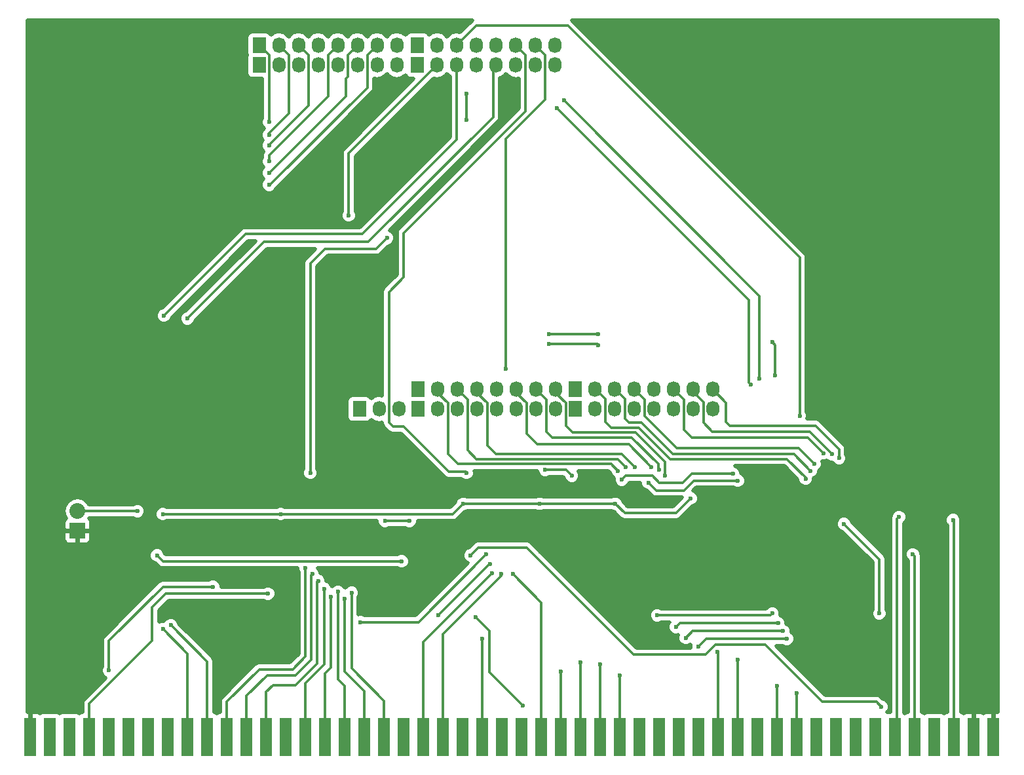
<source format=gbr>
G04 #@! TF.FileFunction,Copper,L2,Bot,Signal*
%FSLAX46Y46*%
G04 Gerber Fmt 4.6, Leading zero omitted, Abs format (unit mm)*
G04 Created by KiCad (PCBNEW (2015-10-16 BZR 6271)-product) date Sun 21 Feb 2016 04:12:30 PM CET*
%MOMM*%
G01*
G04 APERTURE LIST*
%ADD10C,0.100000*%
%ADD11R,1.524000X5.000000*%
%ADD12R,1.727200X2.032000*%
%ADD13O,1.727200X2.032000*%
%ADD14R,2.032000X2.032000*%
%ADD15O,2.032000X2.032000*%
%ADD16C,0.600000*%
%ADD17C,0.300000*%
%ADD18C,0.500000*%
G04 APERTURE END LIST*
D10*
D11*
X87757000Y-137033000D03*
X90297000Y-137033000D03*
X92837000Y-137033000D03*
X95377000Y-137033000D03*
X97917000Y-137033000D03*
X100457000Y-137033000D03*
X102997000Y-137033000D03*
X105537000Y-137033000D03*
X108077000Y-137033000D03*
X110617000Y-137033000D03*
X113157000Y-137033000D03*
X115697000Y-137033000D03*
X118237000Y-137033000D03*
X120777000Y-137033000D03*
X123317000Y-137033000D03*
X125857000Y-137033000D03*
X128397000Y-137033000D03*
X130937000Y-137033000D03*
X133477000Y-137033000D03*
X136017000Y-137033000D03*
X138557000Y-137033000D03*
X141097000Y-137033000D03*
X143637000Y-137033000D03*
X146177000Y-137033000D03*
X148717000Y-137033000D03*
X151257000Y-137033000D03*
X153797000Y-137033000D03*
X156337000Y-137033000D03*
X158877000Y-137033000D03*
X161417000Y-137033000D03*
X163957000Y-137033000D03*
X166497000Y-137033000D03*
X169037000Y-137033000D03*
X171577000Y-137033000D03*
X174117000Y-137033000D03*
X176657000Y-137033000D03*
X179197000Y-137033000D03*
X181737000Y-137033000D03*
X184277000Y-137033000D03*
X186817000Y-137033000D03*
X189357000Y-137033000D03*
X191897000Y-137033000D03*
X194437000Y-137033000D03*
X196977000Y-137033000D03*
X199517000Y-137033000D03*
X202057000Y-137033000D03*
X204597000Y-137033000D03*
X207137000Y-137033000D03*
X209677000Y-137033000D03*
X212217000Y-137033000D03*
D12*
X137858500Y-92075000D03*
D13*
X140398500Y-92075000D03*
X142938500Y-92075000D03*
X145478500Y-92075000D03*
X148018500Y-92075000D03*
X150558500Y-92075000D03*
X153098500Y-92075000D03*
X155638500Y-92075000D03*
D12*
X137858500Y-94551500D03*
D13*
X140398500Y-94551500D03*
X142938500Y-94551500D03*
X145478500Y-94551500D03*
X148018500Y-94551500D03*
X150558500Y-94551500D03*
X153098500Y-94551500D03*
X155638500Y-94551500D03*
D12*
X158178500Y-94551500D03*
D13*
X160718500Y-94551500D03*
X163258500Y-94551500D03*
X165798500Y-94551500D03*
X168338500Y-94551500D03*
X170878500Y-94551500D03*
X173418500Y-94551500D03*
X175958500Y-94551500D03*
D12*
X117348000Y-47625000D03*
D13*
X119888000Y-47625000D03*
X122428000Y-47625000D03*
X124968000Y-47625000D03*
X127508000Y-47625000D03*
X130048000Y-47625000D03*
X132588000Y-47625000D03*
X135128000Y-47625000D03*
D12*
X158178500Y-92075000D03*
D13*
X160718500Y-92075000D03*
X163258500Y-92075000D03*
X165798500Y-92075000D03*
X168338500Y-92075000D03*
X170878500Y-92075000D03*
X173418500Y-92075000D03*
X175958500Y-92075000D03*
D12*
X117348000Y-50165000D03*
D13*
X119888000Y-50165000D03*
X122428000Y-50165000D03*
X124968000Y-50165000D03*
X127508000Y-50165000D03*
X130048000Y-50165000D03*
X132588000Y-50165000D03*
X135128000Y-50165000D03*
D14*
X93853000Y-110363000D03*
D15*
X93853000Y-107823000D03*
D12*
X137795000Y-50165000D03*
D13*
X140335000Y-50165000D03*
X142875000Y-50165000D03*
X145415000Y-50165000D03*
X147955000Y-50165000D03*
X150495000Y-50165000D03*
X153035000Y-50165000D03*
X155575000Y-50165000D03*
D12*
X137795000Y-47625000D03*
D13*
X140335000Y-47625000D03*
X142875000Y-47625000D03*
X145415000Y-47625000D03*
X147955000Y-47625000D03*
X150495000Y-47625000D03*
X153035000Y-47625000D03*
X155575000Y-47625000D03*
D12*
X130302000Y-94615000D03*
D13*
X132842000Y-94615000D03*
X135382000Y-94615000D03*
D16*
X101600000Y-107823000D03*
X120142000Y-108204000D03*
X104902000Y-108204000D03*
X173101000Y-106172000D03*
X143700500Y-106870500D03*
X153606500Y-106870500D03*
X163385500Y-106870500D03*
X153670000Y-113030000D03*
X160401000Y-113538000D03*
X157861000Y-108839000D03*
X131318000Y-120269000D03*
X141478000Y-115697000D03*
X179451000Y-107442000D03*
X179451000Y-110490000D03*
X140462000Y-112903000D03*
X142113000Y-109601000D03*
X134620000Y-103378000D03*
X138557000Y-103378000D03*
X197485000Y-121031000D03*
X192913000Y-109474000D03*
X207010000Y-108966000D03*
X136779000Y-109093000D03*
X133604000Y-109093000D03*
X146685000Y-113411000D03*
X130429000Y-122174000D03*
X111379000Y-117602000D03*
X97917000Y-128397000D03*
X145288000Y-121539000D03*
X151384000Y-132969000D03*
X168783000Y-121285000D03*
X183642000Y-121031000D03*
X184404000Y-122301000D03*
X171196000Y-122809000D03*
X185039000Y-123317000D03*
X172466000Y-124206000D03*
X185547000Y-124333000D03*
X174117000Y-125349000D03*
X197739000Y-133096000D03*
X144653000Y-113538000D03*
X147193000Y-114681000D03*
X140462000Y-121285000D03*
X118491000Y-118491000D03*
X104902000Y-123063000D03*
X105918000Y-122555000D03*
X123317000Y-115189000D03*
X124206000Y-115951000D03*
X124968000Y-116840000D03*
X125730000Y-117856000D03*
X126619000Y-118872000D03*
X127508000Y-118237000D03*
X128397000Y-119126000D03*
X129286000Y-118364000D03*
X147447000Y-115824000D03*
X148590000Y-115951000D03*
X146177000Y-124333000D03*
X150114000Y-115951000D03*
X156337000Y-128524000D03*
X158877000Y-127381000D03*
X161417000Y-127635000D03*
X163957000Y-129032000D03*
X176530000Y-125984000D03*
X179197000Y-127000000D03*
X184277000Y-130429000D03*
X186817000Y-131318000D03*
X200025000Y-108585000D03*
X154813000Y-84963000D03*
X161163000Y-84963000D03*
X201803000Y-113411000D03*
X154813000Y-86233000D03*
X161163000Y-86360000D03*
X163703000Y-102616000D03*
X164719000Y-102108000D03*
X165862000Y-102108000D03*
X168021000Y-102108000D03*
X169037000Y-102489000D03*
X169799000Y-103251000D03*
X118618000Y-57531000D03*
X118618000Y-59182000D03*
X118618000Y-60579000D03*
X118618000Y-62611000D03*
X118618000Y-64135000D03*
X118618000Y-65659000D03*
X187960000Y-103632000D03*
X188595000Y-102616000D03*
X189103000Y-101727000D03*
X190246000Y-100330000D03*
X191389000Y-100457000D03*
X192278000Y-100965000D03*
X133858000Y-72517000D03*
X123952000Y-102870000D03*
X128905000Y-69596000D03*
X105029000Y-82550000D03*
X108077000Y-82931000D03*
X164211000Y-103759000D03*
X178562000Y-102997000D03*
X180848000Y-91440000D03*
X155829000Y-55753000D03*
X181991000Y-90678000D03*
X179197000Y-103886000D03*
X167640000Y-104140000D03*
X156718000Y-54737000D03*
X144145000Y-57277000D03*
X154305000Y-102489000D03*
X157734000Y-103251000D03*
X144145000Y-53848000D03*
X187198000Y-95504000D03*
X183642000Y-85979000D03*
X184023000Y-90297000D03*
X144145000Y-102870000D03*
X149225000Y-89408000D03*
X135763000Y-114300000D03*
X104140000Y-113538000D03*
D17*
X93853000Y-107823000D02*
X101600000Y-107823000D01*
X120142000Y-108204000D02*
X142367000Y-108204000D01*
X142367000Y-108204000D02*
X143700500Y-106870500D01*
X104902000Y-108204000D02*
X120142000Y-108204000D01*
X164592000Y-108077000D02*
X163385500Y-106870500D01*
X171196000Y-108077000D02*
X164592000Y-108077000D01*
X173101000Y-106172000D02*
X171196000Y-108077000D01*
X153606500Y-106870500D02*
X143700500Y-106870500D01*
X163385500Y-106870500D02*
X153606500Y-106870500D01*
X153670000Y-113030000D02*
X157861000Y-108839000D01*
X160401000Y-111379000D02*
X160401000Y-113538000D01*
X157861000Y-108839000D02*
X160401000Y-111379000D01*
X136906000Y-120269000D02*
X131318000Y-120269000D01*
X141478000Y-115697000D02*
X136906000Y-120269000D01*
X179451000Y-110490000D02*
X179451000Y-107442000D01*
X140462000Y-112903000D02*
X140716000Y-112649000D01*
X140716000Y-112649000D02*
X140716000Y-110236000D01*
X140716000Y-110236000D02*
X141351000Y-109601000D01*
X141351000Y-109601000D02*
X142113000Y-109601000D01*
X134620000Y-103378000D02*
X138557000Y-103378000D01*
X197485000Y-114046000D02*
X197485000Y-121031000D01*
X192913000Y-109474000D02*
X197485000Y-114046000D01*
X207137000Y-137033000D02*
X207137000Y-109093000D01*
X207137000Y-109093000D02*
X207010000Y-108966000D01*
X133604000Y-109093000D02*
X136779000Y-109093000D01*
X111379000Y-117602000D02*
X104902000Y-117602000D01*
X146685000Y-113411000D02*
X137922000Y-122174000D01*
X137922000Y-122174000D02*
X130429000Y-122174000D01*
X97917000Y-124587000D02*
X97917000Y-128397000D01*
X104902000Y-117602000D02*
X97917000Y-124587000D01*
X147066000Y-123317000D02*
X145288000Y-121539000D01*
X147066000Y-128651000D02*
X147066000Y-123317000D01*
X151384000Y-132969000D02*
X147066000Y-128651000D01*
X183388000Y-121285000D02*
X168783000Y-121285000D01*
X183642000Y-121031000D02*
X183388000Y-121285000D01*
X171704000Y-122301000D02*
X184404000Y-122301000D01*
X171196000Y-122809000D02*
X171704000Y-122301000D01*
X173355000Y-123317000D02*
X185039000Y-123317000D01*
X172466000Y-124206000D02*
X173355000Y-123317000D01*
X175133000Y-124333000D02*
X185547000Y-124333000D01*
X174117000Y-125349000D02*
X175133000Y-124333000D01*
X151892000Y-112522000D02*
X145669000Y-112522000D01*
X151892000Y-112522000D02*
X165735000Y-126365000D01*
X165735000Y-126365000D02*
X175006000Y-126365000D01*
X175006000Y-126365000D02*
X176276000Y-125095000D01*
X176276000Y-125095000D02*
X182753000Y-125095000D01*
X182753000Y-125095000D02*
X190119000Y-132461000D01*
X190119000Y-132461000D02*
X197104000Y-132461000D01*
X197104000Y-132461000D02*
X197739000Y-133096000D01*
X145669000Y-112522000D02*
X144653000Y-113538000D01*
X95377000Y-137033000D02*
X95377000Y-132715000D01*
X147066000Y-114681000D02*
X147193000Y-114681000D01*
X140462000Y-121285000D02*
X147066000Y-114681000D01*
X105283000Y-118491000D02*
X118491000Y-118491000D01*
X103505000Y-120269000D02*
X105283000Y-118491000D01*
X103505000Y-124587000D02*
X103505000Y-120269000D01*
X95377000Y-132715000D02*
X103505000Y-124587000D01*
X108077000Y-126238000D02*
X108077000Y-137033000D01*
X104902000Y-123063000D02*
X108077000Y-126238000D01*
X110617000Y-127254000D02*
X110617000Y-137033000D01*
X105918000Y-122555000D02*
X110617000Y-127254000D01*
X113157000Y-137033000D02*
X113157000Y-132461000D01*
X123317000Y-126619000D02*
X123317000Y-115189000D01*
X121666000Y-128270000D02*
X123317000Y-126619000D01*
X117348000Y-128270000D02*
X121666000Y-128270000D01*
X113157000Y-132461000D02*
X117348000Y-128270000D01*
X115697000Y-131699000D02*
X115697000Y-137033000D01*
X118364000Y-129032000D02*
X115697000Y-131699000D01*
X122047000Y-129032000D02*
X118364000Y-129032000D01*
X124079000Y-127000000D02*
X122047000Y-129032000D01*
X124079000Y-116078000D02*
X124079000Y-127000000D01*
X124206000Y-115951000D02*
X124079000Y-116078000D01*
X118237000Y-131191000D02*
X118237000Y-137033000D01*
X119126000Y-130302000D02*
X118237000Y-131191000D01*
X122047000Y-130302000D02*
X119126000Y-130302000D01*
X124841000Y-127508000D02*
X122047000Y-130302000D01*
X124841000Y-116967000D02*
X124841000Y-127508000D01*
X124968000Y-116840000D02*
X124841000Y-116967000D01*
X123317000Y-137033000D02*
X123317000Y-130048000D01*
X125730000Y-127635000D02*
X125730000Y-117856000D01*
X123317000Y-130048000D02*
X125730000Y-127635000D01*
X125857000Y-137033000D02*
X125857000Y-128778000D01*
X126619000Y-128016000D02*
X126619000Y-118872000D01*
X125857000Y-128778000D02*
X126619000Y-128016000D01*
X128397000Y-130429000D02*
X128397000Y-137033000D01*
X127508000Y-129540000D02*
X128397000Y-130429000D01*
X127508000Y-118237000D02*
X127508000Y-129540000D01*
X130937000Y-137033000D02*
X130937000Y-131064000D01*
X128397000Y-128524000D02*
X128397000Y-119126000D01*
X130937000Y-131064000D02*
X128397000Y-128524000D01*
X133477000Y-132334000D02*
X133477000Y-137033000D01*
X129286000Y-128143000D02*
X133477000Y-132334000D01*
X129286000Y-118364000D02*
X129286000Y-128143000D01*
X138557000Y-137033000D02*
X138557000Y-124714000D01*
X138557000Y-124714000D02*
X147447000Y-115824000D01*
X141097000Y-137033000D02*
X141097000Y-123698000D01*
X148590000Y-116205000D02*
X148590000Y-115951000D01*
X141097000Y-123698000D02*
X148590000Y-116205000D01*
X146177000Y-124333000D02*
X146177000Y-137033000D01*
X153797000Y-119634000D02*
X153797000Y-137033000D01*
X150114000Y-115951000D02*
X153797000Y-119634000D01*
X156337000Y-128524000D02*
X156337000Y-137033000D01*
X158877000Y-127381000D02*
X158877000Y-137033000D01*
X161417000Y-127635000D02*
X161417000Y-137033000D01*
X163957000Y-129032000D02*
X163957000Y-137033000D01*
X176657000Y-126111000D02*
X176657000Y-137033000D01*
X176530000Y-125984000D02*
X176657000Y-126111000D01*
X179197000Y-127000000D02*
X179197000Y-137033000D01*
X184277000Y-130429000D02*
X184277000Y-137033000D01*
X186817000Y-131318000D02*
X186817000Y-137033000D01*
X199771000Y-136779000D02*
X199771000Y-119888000D01*
X199771000Y-108839000D02*
X200025000Y-108585000D01*
X199771000Y-119888000D02*
X199771000Y-108839000D01*
X199771000Y-136779000D02*
X199517000Y-137033000D01*
X154813000Y-84963000D02*
X161163000Y-84963000D01*
X202057000Y-113665000D02*
X202057000Y-137033000D01*
X201803000Y-113411000D02*
X202057000Y-113665000D01*
X161036000Y-86233000D02*
X154813000Y-86233000D01*
X161163000Y-86360000D02*
X161036000Y-86233000D01*
X140398500Y-92075000D02*
X140398500Y-92519500D01*
X140398500Y-92519500D02*
X141732000Y-93853000D01*
X141732000Y-93853000D02*
X141732000Y-100457000D01*
X141732000Y-100457000D02*
X143002000Y-101727000D01*
X143002000Y-101727000D02*
X162814000Y-101727000D01*
X162814000Y-101727000D02*
X163703000Y-102616000D01*
X144272000Y-93408500D02*
X142938500Y-92075000D01*
X144272000Y-99949000D02*
X144272000Y-93408500D01*
X145415000Y-101092000D02*
X144272000Y-99949000D01*
X163703000Y-101092000D02*
X145415000Y-101092000D01*
X164719000Y-102108000D02*
X163703000Y-101092000D01*
X145478500Y-92075000D02*
X145478500Y-92519500D01*
X145478500Y-92519500D02*
X146812000Y-93853000D01*
X146812000Y-93853000D02*
X146812000Y-99314000D01*
X146812000Y-99314000D02*
X147955000Y-100457000D01*
X147955000Y-100457000D02*
X164211000Y-100457000D01*
X164211000Y-100457000D02*
X165862000Y-102108000D01*
X150558500Y-92075000D02*
X150558500Y-92519500D01*
X150558500Y-92519500D02*
X151892000Y-93853000D01*
X151892000Y-93853000D02*
X151892000Y-97790000D01*
X151892000Y-97790000D02*
X153289000Y-99187000D01*
X153289000Y-99187000D02*
X165100000Y-99187000D01*
X165100000Y-99187000D02*
X168021000Y-102108000D01*
X154432000Y-93408500D02*
X153098500Y-92075000D01*
X154432000Y-97536000D02*
X154432000Y-93408500D01*
X155194000Y-98298000D02*
X154432000Y-97536000D01*
X165481000Y-98298000D02*
X155194000Y-98298000D01*
X168910000Y-101727000D02*
X165481000Y-98298000D01*
X168910000Y-102362000D02*
X168910000Y-101727000D01*
X169037000Y-102489000D02*
X168910000Y-102362000D01*
X155638500Y-92075000D02*
X155638500Y-92519500D01*
X155638500Y-92519500D02*
X156972000Y-93853000D01*
X156972000Y-93853000D02*
X156972000Y-96774000D01*
X156972000Y-96774000D02*
X157861000Y-97663000D01*
X157861000Y-97663000D02*
X165989000Y-97663000D01*
X165989000Y-97663000D02*
X169799000Y-101473000D01*
X169799000Y-101473000D02*
X169799000Y-103251000D01*
X118618000Y-57531000D02*
X118618000Y-48895000D01*
X118618000Y-48895000D02*
X117348000Y-47625000D01*
X118618000Y-59182000D02*
X118618000Y-58928000D01*
X121158000Y-48895000D02*
X119888000Y-47625000D01*
X121158000Y-56388000D02*
X121158000Y-48895000D01*
X118618000Y-58928000D02*
X121158000Y-56388000D01*
X118618000Y-60579000D02*
X118618000Y-60452000D01*
X123698000Y-48895000D02*
X122428000Y-47625000D01*
X123698000Y-55372000D02*
X123698000Y-48895000D01*
X118618000Y-60452000D02*
X123698000Y-55372000D01*
X118618000Y-62611000D02*
X118618000Y-61849000D01*
X126238000Y-48895000D02*
X127508000Y-47625000D01*
X126238000Y-54229000D02*
X126238000Y-48895000D01*
X118618000Y-61849000D02*
X126238000Y-54229000D01*
X124460000Y-58293000D02*
X128524000Y-54229000D01*
X118618000Y-64135000D02*
X124460000Y-58293000D01*
X128778000Y-48895000D02*
X130048000Y-47625000D01*
X128778000Y-51689000D02*
X128778000Y-48895000D01*
X128524000Y-51943000D02*
X128778000Y-51689000D01*
X128524000Y-54229000D02*
X128524000Y-51943000D01*
X118618000Y-65659000D02*
X118745000Y-65659000D01*
X131318000Y-48895000D02*
X132588000Y-47625000D01*
X131318000Y-53086000D02*
X131318000Y-48895000D01*
X118745000Y-65659000D02*
X131318000Y-53086000D01*
X187960000Y-103505000D02*
X187960000Y-103632000D01*
X185547000Y-101092000D02*
X187960000Y-103505000D01*
X170434000Y-101092000D02*
X185547000Y-101092000D01*
X166370000Y-97028000D02*
X170434000Y-101092000D01*
X162814000Y-97028000D02*
X166370000Y-97028000D01*
X162052000Y-96266000D02*
X162814000Y-97028000D01*
X162052000Y-93345000D02*
X162052000Y-96266000D01*
X160782000Y-92075000D02*
X162052000Y-93345000D01*
X160718500Y-92075000D02*
X160782000Y-92075000D01*
X163258500Y-92075000D02*
X163322000Y-92075000D01*
X163322000Y-92075000D02*
X164592000Y-93345000D01*
X164592000Y-93345000D02*
X164592000Y-95885000D01*
X164592000Y-95885000D02*
X165100000Y-96393000D01*
X165100000Y-96393000D02*
X166751000Y-96393000D01*
X166751000Y-96393000D02*
X170815000Y-100457000D01*
X170815000Y-100457000D02*
X186436000Y-100457000D01*
X186436000Y-100457000D02*
X188595000Y-102616000D01*
X167132000Y-93408500D02*
X165798500Y-92075000D01*
X167132000Y-95504000D02*
X167132000Y-93408500D01*
X171323000Y-99695000D02*
X167132000Y-95504000D01*
X187071000Y-99695000D02*
X171323000Y-99695000D01*
X189103000Y-101727000D02*
X187071000Y-99695000D01*
X172212000Y-93408500D02*
X170878500Y-92075000D01*
X172212000Y-97282000D02*
X172212000Y-93408500D01*
X173228000Y-98298000D02*
X172212000Y-97282000D01*
X188214000Y-98298000D02*
X173228000Y-98298000D01*
X190246000Y-100330000D02*
X188214000Y-98298000D01*
X173418500Y-92075000D02*
X173418500Y-92392500D01*
X173418500Y-92392500D02*
X174752000Y-93726000D01*
X174752000Y-93726000D02*
X174752000Y-96393000D01*
X174752000Y-96393000D02*
X175895000Y-97536000D01*
X175895000Y-97536000D02*
X188468000Y-97536000D01*
X188468000Y-97536000D02*
X191389000Y-100457000D01*
X177673000Y-93789500D02*
X175958500Y-92075000D01*
X177673000Y-96266000D02*
X177673000Y-93789500D01*
X178181000Y-96774000D02*
X177673000Y-96266000D01*
X189230000Y-96774000D02*
X178181000Y-96774000D01*
X192278000Y-99822000D02*
X189230000Y-96774000D01*
X192278000Y-100965000D02*
X192278000Y-99822000D01*
X123952000Y-102870000D02*
X123952000Y-75819000D01*
X123952000Y-75819000D02*
X125857000Y-73914000D01*
X125857000Y-73914000D02*
X132461000Y-73914000D01*
X132461000Y-73914000D02*
X133858000Y-72517000D01*
X128905000Y-69596000D02*
X128905000Y-61595000D01*
X128905000Y-61595000D02*
X140335000Y-50165000D01*
X142875000Y-50165000D02*
X142875000Y-52070000D01*
X142875000Y-59817000D02*
X130683000Y-72009000D01*
X130683000Y-72009000D02*
X115570000Y-72009000D01*
X115570000Y-72009000D02*
X105029000Y-82550000D01*
X142875000Y-52070000D02*
X142875000Y-59817000D01*
X147574000Y-50546000D02*
X147574000Y-56896000D01*
X131445000Y-73025000D02*
X147574000Y-56896000D01*
X117983000Y-73025000D02*
X131445000Y-73025000D01*
X108077000Y-82931000D02*
X117983000Y-73025000D01*
X147574000Y-50546000D02*
X147955000Y-50165000D01*
X164211000Y-103759000D02*
X164719000Y-103251000D01*
X164719000Y-103251000D02*
X168148000Y-103251000D01*
X168148000Y-103251000D02*
X169037000Y-104140000D01*
X169037000Y-104140000D02*
X172085000Y-104140000D01*
X172085000Y-104140000D02*
X173228000Y-102997000D01*
X173228000Y-102997000D02*
X178562000Y-102997000D01*
X180848000Y-91440000D02*
X180594000Y-91186000D01*
X180594000Y-91186000D02*
X180594000Y-80518000D01*
X180594000Y-80518000D02*
X155829000Y-55753000D01*
X181991000Y-90678000D02*
X181991000Y-80010000D01*
X173482000Y-103886000D02*
X179197000Y-103886000D01*
X172212000Y-105156000D02*
X173482000Y-103886000D01*
X168656000Y-105156000D02*
X172212000Y-105156000D01*
X167640000Y-104140000D02*
X168656000Y-105156000D01*
X181991000Y-80010000D02*
X156718000Y-54737000D01*
X144145000Y-57277000D02*
X144145000Y-53848000D01*
X157734000Y-103251000D02*
X156972000Y-102489000D01*
X156972000Y-102489000D02*
X154305000Y-102489000D01*
X160020000Y-47879000D02*
X157226000Y-45085000D01*
X187198000Y-75057000D02*
X187198000Y-95504000D01*
X160020000Y-47879000D02*
X187198000Y-75057000D01*
X145415000Y-45085000D02*
X142875000Y-47625000D01*
X157226000Y-45085000D02*
X145415000Y-45085000D01*
X183642000Y-85979000D02*
X184023000Y-86360000D01*
X184023000Y-86360000D02*
X184023000Y-90297000D01*
X151765000Y-51308000D02*
X151765000Y-48895000D01*
X151765000Y-56134000D02*
X151765000Y-51308000D01*
X136017000Y-71882000D02*
X151765000Y-56134000D01*
X136017000Y-77597000D02*
X136017000Y-71882000D01*
X136017000Y-96901000D02*
X134620000Y-96901000D01*
X141859000Y-102743000D02*
X136017000Y-96901000D01*
X144018000Y-102743000D02*
X141859000Y-102743000D01*
X144145000Y-102870000D02*
X144018000Y-102743000D01*
X134112000Y-79502000D02*
X136017000Y-77597000D01*
X134112000Y-96393000D02*
X134112000Y-79502000D01*
X134620000Y-96901000D02*
X134112000Y-96393000D01*
X151765000Y-48895000D02*
X150495000Y-47625000D01*
X149225000Y-59944000D02*
X149225000Y-59690000D01*
X149225000Y-89408000D02*
X149225000Y-59944000D01*
X154305000Y-48895000D02*
X153035000Y-47625000D01*
X154305000Y-54610000D02*
X154305000Y-48895000D01*
X149225000Y-59690000D02*
X154305000Y-54610000D01*
X104902000Y-114300000D02*
X135763000Y-114300000D01*
X104140000Y-113538000D02*
X104902000Y-114300000D01*
X168338500Y-92075000D02*
X168338500Y-92519500D01*
D18*
G36*
X144778604Y-44448604D02*
X143315237Y-45911971D01*
X142875000Y-45824402D01*
X142257502Y-45947230D01*
X141734012Y-46297014D01*
X141605000Y-46490095D01*
X141475988Y-46297014D01*
X140952498Y-45947230D01*
X140335000Y-45824402D01*
X139717502Y-45947230D01*
X139302457Y-46224554D01*
X139206738Y-46075802D01*
X138956108Y-45904554D01*
X138658600Y-45844307D01*
X136931400Y-45844307D01*
X136653467Y-45896604D01*
X136398202Y-46060862D01*
X136246921Y-46282269D01*
X135745498Y-45947230D01*
X135128000Y-45824402D01*
X134510502Y-45947230D01*
X133987012Y-46297014D01*
X133858000Y-46490095D01*
X133728988Y-46297014D01*
X133205498Y-45947230D01*
X132588000Y-45824402D01*
X131970502Y-45947230D01*
X131447012Y-46297014D01*
X131318000Y-46490095D01*
X131188988Y-46297014D01*
X130665498Y-45947230D01*
X130048000Y-45824402D01*
X129430502Y-45947230D01*
X128907012Y-46297014D01*
X128778000Y-46490095D01*
X128648988Y-46297014D01*
X128125498Y-45947230D01*
X127508000Y-45824402D01*
X126890502Y-45947230D01*
X126367012Y-46297014D01*
X126238000Y-46490095D01*
X126108988Y-46297014D01*
X125585498Y-45947230D01*
X124968000Y-45824402D01*
X124350502Y-45947230D01*
X123827012Y-46297014D01*
X123698000Y-46490095D01*
X123568988Y-46297014D01*
X123045498Y-45947230D01*
X122428000Y-45824402D01*
X121810502Y-45947230D01*
X121287012Y-46297014D01*
X121158000Y-46490095D01*
X121028988Y-46297014D01*
X120505498Y-45947230D01*
X119888000Y-45824402D01*
X119270502Y-45947230D01*
X118855457Y-46224554D01*
X118759738Y-46075802D01*
X118509108Y-45904554D01*
X118211600Y-45844307D01*
X116484400Y-45844307D01*
X116206467Y-45896604D01*
X115951202Y-46060862D01*
X115779954Y-46311492D01*
X115719707Y-46609000D01*
X115719707Y-48641000D01*
X115769255Y-48904324D01*
X115719707Y-49149000D01*
X115719707Y-51181000D01*
X115772004Y-51458933D01*
X115936262Y-51714198D01*
X116186892Y-51885446D01*
X116484400Y-51945693D01*
X117718000Y-51945693D01*
X117718000Y-56960425D01*
X117568182Y-57321226D01*
X117567818Y-57738942D01*
X117727334Y-58125000D01*
X117946336Y-58344385D01*
X117897221Y-58417892D01*
X117728372Y-58586446D01*
X117568182Y-58972226D01*
X117567818Y-59389942D01*
X117727334Y-59776000D01*
X117831575Y-59880423D01*
X117728372Y-59983446D01*
X117568182Y-60369226D01*
X117567818Y-60786942D01*
X117727334Y-61173000D01*
X117895503Y-61341463D01*
X117786508Y-61504585D01*
X117718000Y-61849000D01*
X117718000Y-62040425D01*
X117568182Y-62401226D01*
X117567818Y-62818942D01*
X117727334Y-63205000D01*
X117895075Y-63373034D01*
X117728372Y-63539446D01*
X117568182Y-63925226D01*
X117567818Y-64342942D01*
X117727334Y-64729000D01*
X117895075Y-64897034D01*
X117728372Y-65063446D01*
X117568182Y-65449226D01*
X117567818Y-65866942D01*
X117727334Y-66253000D01*
X118022446Y-66548628D01*
X118408226Y-66708818D01*
X118825942Y-66709182D01*
X119212000Y-66549666D01*
X119507628Y-66254554D01*
X119568263Y-66108529D01*
X131954396Y-53722396D01*
X132149492Y-53430416D01*
X132218000Y-53086000D01*
X132218000Y-51892000D01*
X132588000Y-51965598D01*
X133205498Y-51842770D01*
X133728988Y-51492986D01*
X133858000Y-51299905D01*
X133987012Y-51492986D01*
X134510502Y-51842770D01*
X135128000Y-51965598D01*
X135745498Y-51842770D01*
X136249357Y-51506103D01*
X136383262Y-51714198D01*
X136633892Y-51885446D01*
X136931400Y-51945693D01*
X137281515Y-51945693D01*
X128268604Y-60958604D01*
X128073508Y-61250585D01*
X128005000Y-61595000D01*
X128005000Y-69025425D01*
X127855182Y-69386226D01*
X127854818Y-69803942D01*
X128014334Y-70190000D01*
X128309446Y-70485628D01*
X128695226Y-70645818D01*
X129112942Y-70646182D01*
X129499000Y-70486666D01*
X129794628Y-70191554D01*
X129954818Y-69805774D01*
X129955182Y-69388058D01*
X129805000Y-69024590D01*
X129805000Y-61967792D01*
X139894763Y-51878029D01*
X140335000Y-51965598D01*
X140952498Y-51842770D01*
X141475988Y-51492986D01*
X141605000Y-51299905D01*
X141734012Y-51492986D01*
X141975000Y-51654009D01*
X141975000Y-59444208D01*
X130310208Y-71109000D01*
X115570000Y-71109000D01*
X115225584Y-71177508D01*
X114933604Y-71372604D01*
X104796062Y-81510146D01*
X104435000Y-81659334D01*
X104139372Y-81954446D01*
X103979182Y-82340226D01*
X103978818Y-82757942D01*
X104138334Y-83144000D01*
X104433446Y-83439628D01*
X104819226Y-83599818D01*
X105236942Y-83600182D01*
X105623000Y-83440666D01*
X105918628Y-83145554D01*
X106069445Y-82782347D01*
X115942792Y-72909000D01*
X116826208Y-72909000D01*
X107844062Y-81891146D01*
X107483000Y-82040334D01*
X107187372Y-82335446D01*
X107027182Y-82721226D01*
X107026818Y-83138942D01*
X107186334Y-83525000D01*
X107481446Y-83820628D01*
X107867226Y-83980818D01*
X108284942Y-83981182D01*
X108671000Y-83821666D01*
X108966628Y-83526554D01*
X109117445Y-83163347D01*
X118355792Y-73925000D01*
X124573208Y-73925000D01*
X123315604Y-75182604D01*
X123120508Y-75474585D01*
X123052000Y-75819000D01*
X123052000Y-102299425D01*
X122902182Y-102660226D01*
X122901818Y-103077942D01*
X123061334Y-103464000D01*
X123356446Y-103759628D01*
X123742226Y-103919818D01*
X124159942Y-103920182D01*
X124546000Y-103760666D01*
X124841628Y-103465554D01*
X125001818Y-103079774D01*
X125002182Y-102662058D01*
X124852000Y-102298590D01*
X124852000Y-76191792D01*
X126229792Y-74814000D01*
X132461000Y-74814000D01*
X132805415Y-74745492D01*
X133097396Y-74550396D01*
X134090938Y-73556854D01*
X134452000Y-73407666D01*
X134747628Y-73112554D01*
X134907818Y-72726774D01*
X134908182Y-72309058D01*
X134748666Y-71923000D01*
X134453554Y-71627372D01*
X134214630Y-71528162D01*
X148210396Y-57532396D01*
X148405492Y-57240415D01*
X148474000Y-56896000D01*
X148474000Y-51862362D01*
X148572498Y-51842770D01*
X149095988Y-51492986D01*
X149225000Y-51299905D01*
X149354012Y-51492986D01*
X149877502Y-51842770D01*
X150495000Y-51965598D01*
X150865000Y-51892000D01*
X150865000Y-55761208D01*
X135380604Y-71245604D01*
X135185508Y-71537585D01*
X135117000Y-71882000D01*
X135117000Y-77224208D01*
X133475604Y-78865604D01*
X133280508Y-79157585D01*
X133212000Y-79502000D01*
X133212000Y-92888000D01*
X132842000Y-92814402D01*
X132224502Y-92937230D01*
X131809457Y-93214554D01*
X131713738Y-93065802D01*
X131463108Y-92894554D01*
X131165600Y-92834307D01*
X129438400Y-92834307D01*
X129160467Y-92886604D01*
X128905202Y-93050862D01*
X128733954Y-93301492D01*
X128673707Y-93599000D01*
X128673707Y-95631000D01*
X128726004Y-95908933D01*
X128890262Y-96164198D01*
X129140892Y-96335446D01*
X129438400Y-96395693D01*
X131165600Y-96395693D01*
X131443533Y-96343396D01*
X131698798Y-96179138D01*
X131810272Y-96015991D01*
X132224502Y-96292770D01*
X132842000Y-96415598D01*
X133212000Y-96342000D01*
X133212000Y-96393000D01*
X133280508Y-96737415D01*
X133475604Y-97029396D01*
X133983604Y-97537396D01*
X134275585Y-97732492D01*
X134620000Y-97801000D01*
X135644208Y-97801000D01*
X141222604Y-103379396D01*
X141514585Y-103574492D01*
X141859000Y-103643000D01*
X143433022Y-103643000D01*
X143549446Y-103759628D01*
X143935226Y-103919818D01*
X144352942Y-103920182D01*
X144739000Y-103760666D01*
X145034628Y-103465554D01*
X145194818Y-103079774D01*
X145195182Y-102662058D01*
X145180696Y-102627000D01*
X153254879Y-102627000D01*
X153254818Y-102696942D01*
X153414334Y-103083000D01*
X153709446Y-103378628D01*
X154095226Y-103538818D01*
X154512942Y-103539182D01*
X154876410Y-103389000D01*
X156599208Y-103389000D01*
X156694146Y-103483938D01*
X156843334Y-103845000D01*
X157138446Y-104140628D01*
X157524226Y-104300818D01*
X157941942Y-104301182D01*
X158328000Y-104141666D01*
X158623628Y-103846554D01*
X158783818Y-103460774D01*
X158784182Y-103043058D01*
X158624666Y-102657000D01*
X158594718Y-102627000D01*
X162441208Y-102627000D01*
X162663146Y-102848938D01*
X162812334Y-103210000D01*
X163107446Y-103505628D01*
X163168720Y-103531071D01*
X163161182Y-103549226D01*
X163160818Y-103966942D01*
X163320334Y-104353000D01*
X163615446Y-104648628D01*
X164001226Y-104808818D01*
X164418942Y-104809182D01*
X164805000Y-104649666D01*
X165100628Y-104354554D01*
X165185151Y-104151000D01*
X166589990Y-104151000D01*
X166589818Y-104347942D01*
X166749334Y-104734000D01*
X167044446Y-105029628D01*
X167407653Y-105180445D01*
X168019604Y-105792396D01*
X168311585Y-105987492D01*
X168656000Y-106056000D01*
X171944208Y-106056000D01*
X170823208Y-107177000D01*
X164964792Y-107177000D01*
X164425354Y-106637562D01*
X164276166Y-106276500D01*
X163981054Y-105980872D01*
X163595274Y-105820682D01*
X163177558Y-105820318D01*
X162814090Y-105970500D01*
X154177075Y-105970500D01*
X153816274Y-105820682D01*
X153398558Y-105820318D01*
X153035090Y-105970500D01*
X144271075Y-105970500D01*
X143910274Y-105820682D01*
X143492558Y-105820318D01*
X143106500Y-105979834D01*
X142810872Y-106274946D01*
X142660055Y-106638153D01*
X141994208Y-107304000D01*
X120712575Y-107304000D01*
X120351774Y-107154182D01*
X119934058Y-107153818D01*
X119570590Y-107304000D01*
X105472575Y-107304000D01*
X105111774Y-107154182D01*
X104694058Y-107153818D01*
X104308000Y-107313334D01*
X104012372Y-107608446D01*
X103852182Y-107994226D01*
X103851818Y-108411942D01*
X104011334Y-108798000D01*
X104306446Y-109093628D01*
X104692226Y-109253818D01*
X105109942Y-109254182D01*
X105473410Y-109104000D01*
X119571425Y-109104000D01*
X119932226Y-109253818D01*
X120349942Y-109254182D01*
X120713410Y-109104000D01*
X132553990Y-109104000D01*
X132553818Y-109300942D01*
X132713334Y-109687000D01*
X133008446Y-109982628D01*
X133394226Y-110142818D01*
X133811942Y-110143182D01*
X134175410Y-109993000D01*
X136208425Y-109993000D01*
X136569226Y-110142818D01*
X136986942Y-110143182D01*
X137373000Y-109983666D01*
X137668628Y-109688554D01*
X137671373Y-109681942D01*
X191862818Y-109681942D01*
X192022334Y-110068000D01*
X192317446Y-110363628D01*
X192680653Y-110514445D01*
X196585000Y-114418792D01*
X196585000Y-120460425D01*
X196435182Y-120821226D01*
X196434818Y-121238942D01*
X196594334Y-121625000D01*
X196889446Y-121920628D01*
X197275226Y-122080818D01*
X197692942Y-122081182D01*
X198079000Y-121921666D01*
X198374628Y-121626554D01*
X198534818Y-121240774D01*
X198535182Y-120823058D01*
X198385000Y-120459590D01*
X198385000Y-114046000D01*
X198327200Y-113755416D01*
X198316492Y-113701584D01*
X198121396Y-113409604D01*
X193952854Y-109241062D01*
X193803666Y-108880000D01*
X193508554Y-108584372D01*
X193122774Y-108424182D01*
X192705058Y-108423818D01*
X192319000Y-108583334D01*
X192023372Y-108878446D01*
X191863182Y-109264226D01*
X191862818Y-109681942D01*
X137671373Y-109681942D01*
X137828818Y-109302774D01*
X137828991Y-109104000D01*
X142367000Y-109104000D01*
X142711415Y-109035492D01*
X143003396Y-108840396D01*
X143933438Y-107910354D01*
X144271910Y-107770500D01*
X153035925Y-107770500D01*
X153396726Y-107920318D01*
X153814442Y-107920682D01*
X154177910Y-107770500D01*
X162814925Y-107770500D01*
X163153153Y-107910945D01*
X163955604Y-108713396D01*
X164247585Y-108908492D01*
X164592000Y-108977000D01*
X171196000Y-108977000D01*
X171540415Y-108908492D01*
X171832396Y-108713396D01*
X173333938Y-107211854D01*
X173695000Y-107062666D01*
X173990628Y-106767554D01*
X174150818Y-106381774D01*
X174151182Y-105964058D01*
X173991666Y-105578000D01*
X173696554Y-105282372D01*
X173457630Y-105183162D01*
X173854792Y-104786000D01*
X178626425Y-104786000D01*
X178987226Y-104935818D01*
X179404942Y-104936182D01*
X179791000Y-104776666D01*
X180086628Y-104481554D01*
X180246818Y-104095774D01*
X180247182Y-103678058D01*
X180087666Y-103292000D01*
X179792554Y-102996372D01*
X179612067Y-102921427D01*
X179612182Y-102789058D01*
X179452666Y-102403000D01*
X179157554Y-102107372D01*
X178879708Y-101992000D01*
X185174208Y-101992000D01*
X186909916Y-103727708D01*
X186909818Y-103839942D01*
X187069334Y-104226000D01*
X187364446Y-104521628D01*
X187750226Y-104681818D01*
X188167942Y-104682182D01*
X188554000Y-104522666D01*
X188849628Y-104227554D01*
X189009818Y-103841774D01*
X189010046Y-103580608D01*
X189189000Y-103506666D01*
X189484628Y-103211554D01*
X189644818Y-102825774D01*
X189644981Y-102639160D01*
X189697000Y-102617666D01*
X189992628Y-102322554D01*
X190152818Y-101936774D01*
X190153182Y-101519058D01*
X190095671Y-101379870D01*
X190453942Y-101380182D01*
X190718018Y-101271068D01*
X190793446Y-101346628D01*
X191179226Y-101506818D01*
X191365840Y-101506981D01*
X191387334Y-101559000D01*
X191682446Y-101854628D01*
X192068226Y-102014818D01*
X192485942Y-102015182D01*
X192872000Y-101855666D01*
X193167628Y-101560554D01*
X193327818Y-101174774D01*
X193328182Y-100757058D01*
X193178000Y-100393590D01*
X193178000Y-99822000D01*
X193109492Y-99477585D01*
X192914396Y-99185604D01*
X189866396Y-96137604D01*
X189574415Y-95942508D01*
X189230000Y-95874000D01*
X188181286Y-95874000D01*
X188247818Y-95713774D01*
X188248182Y-95296058D01*
X188098000Y-94932590D01*
X188098000Y-75057000D01*
X188029492Y-74712585D01*
X188029492Y-74712584D01*
X187834396Y-74420604D01*
X157862396Y-44448604D01*
X157768703Y-44386000D01*
X212789000Y-44386000D01*
X212789000Y-133783000D01*
X212454500Y-133783000D01*
X212267000Y-133970500D01*
X212267000Y-134751000D01*
X212167000Y-134751000D01*
X212167000Y-133970500D01*
X211979500Y-133783000D01*
X211305816Y-133783000D01*
X211030159Y-133897181D01*
X210947000Y-133980340D01*
X210863841Y-133897181D01*
X210588184Y-133783000D01*
X209914500Y-133783000D01*
X209727000Y-133970500D01*
X209727000Y-134751000D01*
X209627000Y-134751000D01*
X209627000Y-133970500D01*
X209439500Y-133783000D01*
X208765816Y-133783000D01*
X208490159Y-133897181D01*
X208411731Y-133975609D01*
X208196508Y-133828554D01*
X208037000Y-133796253D01*
X208037000Y-109230726D01*
X208059818Y-109175774D01*
X208060182Y-108758058D01*
X207900666Y-108372000D01*
X207605554Y-108076372D01*
X207219774Y-107916182D01*
X206802058Y-107915818D01*
X206416000Y-108075334D01*
X206120372Y-108370446D01*
X205960182Y-108756226D01*
X205959818Y-109173942D01*
X206119334Y-109560000D01*
X206237000Y-109677872D01*
X206237000Y-133794274D01*
X206097067Y-133820604D01*
X205864189Y-133970456D01*
X205656508Y-133828554D01*
X205359000Y-133768307D01*
X203835000Y-133768307D01*
X203557067Y-133820604D01*
X203324189Y-133970456D01*
X203116508Y-133828554D01*
X202957000Y-133796253D01*
X202957000Y-113665000D01*
X202888492Y-113320585D01*
X202888492Y-113320584D01*
X202853126Y-113267655D01*
X202853182Y-113203058D01*
X202693666Y-112817000D01*
X202398554Y-112521372D01*
X202012774Y-112361182D01*
X201595058Y-112360818D01*
X201209000Y-112520334D01*
X200913372Y-112815446D01*
X200753182Y-113201226D01*
X200752818Y-113618942D01*
X200912334Y-114005000D01*
X201157000Y-114250094D01*
X201157000Y-133794274D01*
X201017067Y-133820604D01*
X200784189Y-133970456D01*
X200671000Y-133893118D01*
X200671000Y-109423757D01*
X200914628Y-109180554D01*
X201074818Y-108794774D01*
X201075182Y-108377058D01*
X200915666Y-107991000D01*
X200620554Y-107695372D01*
X200234774Y-107535182D01*
X199817058Y-107534818D01*
X199431000Y-107694334D01*
X199135372Y-107989446D01*
X198975182Y-108375226D01*
X198975124Y-108441281D01*
X198939508Y-108494585D01*
X198871000Y-108839000D01*
X198871000Y-133768307D01*
X198755000Y-133768307D01*
X198504529Y-133815437D01*
X198628628Y-133691554D01*
X198788818Y-133305774D01*
X198789182Y-132888058D01*
X198629666Y-132502000D01*
X198334554Y-132206372D01*
X197971347Y-132055555D01*
X197740396Y-131824604D01*
X197448415Y-131629508D01*
X197104000Y-131561000D01*
X190491792Y-131561000D01*
X184163792Y-125233000D01*
X184976425Y-125233000D01*
X185337226Y-125382818D01*
X185754942Y-125383182D01*
X186141000Y-125223666D01*
X186436628Y-124928554D01*
X186596818Y-124542774D01*
X186597182Y-124125058D01*
X186437666Y-123739000D01*
X186142554Y-123443372D01*
X186088910Y-123421097D01*
X186089182Y-123109058D01*
X185929666Y-122723000D01*
X185634554Y-122427372D01*
X185453956Y-122352381D01*
X185454182Y-122093058D01*
X185294666Y-121707000D01*
X184999554Y-121411372D01*
X184676654Y-121277292D01*
X184691818Y-121240774D01*
X184692182Y-120823058D01*
X184532666Y-120437000D01*
X184237554Y-120141372D01*
X183851774Y-119981182D01*
X183434058Y-119980818D01*
X183048000Y-120140334D01*
X182802906Y-120385000D01*
X169353575Y-120385000D01*
X168992774Y-120235182D01*
X168575058Y-120234818D01*
X168189000Y-120394334D01*
X167893372Y-120689446D01*
X167733182Y-121075226D01*
X167732818Y-121492942D01*
X167892334Y-121879000D01*
X168187446Y-122174628D01*
X168573226Y-122334818D01*
X168990942Y-122335182D01*
X169354410Y-122185000D01*
X170334868Y-122185000D01*
X170306372Y-122213446D01*
X170146182Y-122599226D01*
X170145818Y-123016942D01*
X170305334Y-123403000D01*
X170600446Y-123698628D01*
X170986226Y-123858818D01*
X171403942Y-123859182D01*
X171487408Y-123824694D01*
X171416182Y-123996226D01*
X171415818Y-124413942D01*
X171575334Y-124800000D01*
X171870446Y-125095628D01*
X172256226Y-125255818D01*
X172673942Y-125256182D01*
X173060000Y-125096666D01*
X173102451Y-125054289D01*
X173067182Y-125139226D01*
X173066898Y-125465000D01*
X166107792Y-125465000D01*
X152528396Y-111885604D01*
X152236415Y-111690508D01*
X151892000Y-111622000D01*
X145669000Y-111622000D01*
X145324585Y-111690508D01*
X145032604Y-111885604D01*
X144420062Y-112498146D01*
X144059000Y-112647334D01*
X143763372Y-112942446D01*
X143603182Y-113328226D01*
X143602818Y-113745942D01*
X143762334Y-114132000D01*
X144057446Y-114427628D01*
X144296370Y-114526838D01*
X137549208Y-121274000D01*
X130999575Y-121274000D01*
X130638774Y-121124182D01*
X130221058Y-121123818D01*
X130186000Y-121138304D01*
X130186000Y-118934575D01*
X130335818Y-118573774D01*
X130336182Y-118156058D01*
X130176666Y-117770000D01*
X129881554Y-117474372D01*
X129495774Y-117314182D01*
X129078058Y-117313818D01*
X128692000Y-117473334D01*
X128434693Y-117730192D01*
X128398666Y-117643000D01*
X128103554Y-117347372D01*
X127717774Y-117187182D01*
X127300058Y-117186818D01*
X126914000Y-117346334D01*
X126730996Y-117529019D01*
X126620666Y-117262000D01*
X126325554Y-116966372D01*
X126018002Y-116838665D01*
X126018182Y-116632058D01*
X125858666Y-116246000D01*
X125563554Y-115950372D01*
X125256113Y-115822711D01*
X125256182Y-115743058D01*
X125096666Y-115357000D01*
X124939940Y-115200000D01*
X135192425Y-115200000D01*
X135553226Y-115349818D01*
X135970942Y-115350182D01*
X136357000Y-115190666D01*
X136652628Y-114895554D01*
X136812818Y-114509774D01*
X136813182Y-114092058D01*
X136653666Y-113706000D01*
X136358554Y-113410372D01*
X135972774Y-113250182D01*
X135555058Y-113249818D01*
X135191590Y-113400000D01*
X105274792Y-113400000D01*
X105179854Y-113305062D01*
X105030666Y-112944000D01*
X104735554Y-112648372D01*
X104349774Y-112488182D01*
X103932058Y-112487818D01*
X103546000Y-112647334D01*
X103250372Y-112942446D01*
X103090182Y-113328226D01*
X103089818Y-113745942D01*
X103249334Y-114132000D01*
X103544446Y-114427628D01*
X103907653Y-114578445D01*
X104265604Y-114936396D01*
X104557585Y-115131492D01*
X104902000Y-115200000D01*
X122266990Y-115200000D01*
X122266818Y-115396942D01*
X122417000Y-115760410D01*
X122417000Y-126246208D01*
X121293208Y-127370000D01*
X117348000Y-127370000D01*
X117003585Y-127438508D01*
X116711604Y-127633604D01*
X112520604Y-131824604D01*
X112325508Y-132116585D01*
X112257000Y-132461000D01*
X112257000Y-133794274D01*
X112117067Y-133820604D01*
X111884189Y-133970456D01*
X111676508Y-133828554D01*
X111517000Y-133796253D01*
X111517000Y-127254000D01*
X111448492Y-126909585D01*
X111253396Y-126617604D01*
X106957854Y-122322062D01*
X106808666Y-121961000D01*
X106513554Y-121665372D01*
X106127774Y-121505182D01*
X105710058Y-121504818D01*
X105324000Y-121664334D01*
X105028372Y-121959446D01*
X105006097Y-122013090D01*
X104694058Y-122012818D01*
X104405000Y-122132254D01*
X104405000Y-120641792D01*
X105655792Y-119391000D01*
X117920425Y-119391000D01*
X118281226Y-119540818D01*
X118698942Y-119541182D01*
X119085000Y-119381666D01*
X119380628Y-119086554D01*
X119540818Y-118700774D01*
X119541182Y-118283058D01*
X119381666Y-117897000D01*
X119086554Y-117601372D01*
X118700774Y-117441182D01*
X118283058Y-117440818D01*
X117919590Y-117591000D01*
X112429010Y-117591000D01*
X112429182Y-117394058D01*
X112269666Y-117008000D01*
X111974554Y-116712372D01*
X111588774Y-116552182D01*
X111171058Y-116551818D01*
X110807590Y-116702000D01*
X104902000Y-116702000D01*
X104557585Y-116770508D01*
X104265604Y-116965604D01*
X97280604Y-123950604D01*
X97085508Y-124242585D01*
X97017000Y-124587000D01*
X97017000Y-127826425D01*
X96867182Y-128187226D01*
X96866818Y-128604942D01*
X97026334Y-128991000D01*
X97321446Y-129286628D01*
X97470632Y-129348576D01*
X94740604Y-132078604D01*
X94545508Y-132370585D01*
X94477000Y-132715000D01*
X94477000Y-133794274D01*
X94337067Y-133820604D01*
X94104189Y-133970456D01*
X93896508Y-133828554D01*
X93599000Y-133768307D01*
X92075000Y-133768307D01*
X91797067Y-133820604D01*
X91564189Y-133970456D01*
X91356508Y-133828554D01*
X91059000Y-133768307D01*
X89535000Y-133768307D01*
X89257067Y-133820604D01*
X89019886Y-133973226D01*
X88943841Y-133897181D01*
X88668184Y-133783000D01*
X87994500Y-133783000D01*
X87807000Y-133970500D01*
X87807000Y-134751000D01*
X87707000Y-134751000D01*
X87707000Y-133970500D01*
X87519500Y-133783000D01*
X87439000Y-133783000D01*
X87439000Y-110600500D01*
X92087000Y-110600500D01*
X92087000Y-111528185D01*
X92201181Y-111803841D01*
X92412159Y-112014819D01*
X92687816Y-112129000D01*
X93615500Y-112129000D01*
X93803000Y-111941500D01*
X93803000Y-110413000D01*
X93903000Y-110413000D01*
X93903000Y-111941500D01*
X94090500Y-112129000D01*
X95018184Y-112129000D01*
X95293841Y-112014819D01*
X95504819Y-111803841D01*
X95619000Y-111528185D01*
X95619000Y-110600500D01*
X95431500Y-110413000D01*
X93903000Y-110413000D01*
X93803000Y-110413000D01*
X92274500Y-110413000D01*
X92087000Y-110600500D01*
X87439000Y-110600500D01*
X87439000Y-107823000D01*
X92052402Y-107823000D01*
X92186831Y-108498819D01*
X92362145Y-108761195D01*
X92201181Y-108922159D01*
X92087000Y-109197815D01*
X92087000Y-110125500D01*
X92274500Y-110313000D01*
X93803000Y-110313000D01*
X93803000Y-110293000D01*
X93903000Y-110293000D01*
X93903000Y-110313000D01*
X95431500Y-110313000D01*
X95619000Y-110125500D01*
X95619000Y-109197815D01*
X95504819Y-108922159D01*
X95343855Y-108761195D01*
X95369376Y-108723000D01*
X101029425Y-108723000D01*
X101390226Y-108872818D01*
X101807942Y-108873182D01*
X102194000Y-108713666D01*
X102489628Y-108418554D01*
X102649818Y-108032774D01*
X102650182Y-107615058D01*
X102490666Y-107229000D01*
X102195554Y-106933372D01*
X101809774Y-106773182D01*
X101392058Y-106772818D01*
X101028590Y-106923000D01*
X95369376Y-106923000D01*
X95136349Y-106574249D01*
X94563417Y-106191429D01*
X93887598Y-106057000D01*
X93818402Y-106057000D01*
X93142583Y-106191429D01*
X92569651Y-106574249D01*
X92186831Y-107147181D01*
X92052402Y-107823000D01*
X87439000Y-107823000D01*
X87439000Y-44386000D01*
X144872297Y-44386000D01*
X144778604Y-44448604D01*
X144778604Y-44448604D01*
G37*
X144778604Y-44448604D02*
X143315237Y-45911971D01*
X142875000Y-45824402D01*
X142257502Y-45947230D01*
X141734012Y-46297014D01*
X141605000Y-46490095D01*
X141475988Y-46297014D01*
X140952498Y-45947230D01*
X140335000Y-45824402D01*
X139717502Y-45947230D01*
X139302457Y-46224554D01*
X139206738Y-46075802D01*
X138956108Y-45904554D01*
X138658600Y-45844307D01*
X136931400Y-45844307D01*
X136653467Y-45896604D01*
X136398202Y-46060862D01*
X136246921Y-46282269D01*
X135745498Y-45947230D01*
X135128000Y-45824402D01*
X134510502Y-45947230D01*
X133987012Y-46297014D01*
X133858000Y-46490095D01*
X133728988Y-46297014D01*
X133205498Y-45947230D01*
X132588000Y-45824402D01*
X131970502Y-45947230D01*
X131447012Y-46297014D01*
X131318000Y-46490095D01*
X131188988Y-46297014D01*
X130665498Y-45947230D01*
X130048000Y-45824402D01*
X129430502Y-45947230D01*
X128907012Y-46297014D01*
X128778000Y-46490095D01*
X128648988Y-46297014D01*
X128125498Y-45947230D01*
X127508000Y-45824402D01*
X126890502Y-45947230D01*
X126367012Y-46297014D01*
X126238000Y-46490095D01*
X126108988Y-46297014D01*
X125585498Y-45947230D01*
X124968000Y-45824402D01*
X124350502Y-45947230D01*
X123827012Y-46297014D01*
X123698000Y-46490095D01*
X123568988Y-46297014D01*
X123045498Y-45947230D01*
X122428000Y-45824402D01*
X121810502Y-45947230D01*
X121287012Y-46297014D01*
X121158000Y-46490095D01*
X121028988Y-46297014D01*
X120505498Y-45947230D01*
X119888000Y-45824402D01*
X119270502Y-45947230D01*
X118855457Y-46224554D01*
X118759738Y-46075802D01*
X118509108Y-45904554D01*
X118211600Y-45844307D01*
X116484400Y-45844307D01*
X116206467Y-45896604D01*
X115951202Y-46060862D01*
X115779954Y-46311492D01*
X115719707Y-46609000D01*
X115719707Y-48641000D01*
X115769255Y-48904324D01*
X115719707Y-49149000D01*
X115719707Y-51181000D01*
X115772004Y-51458933D01*
X115936262Y-51714198D01*
X116186892Y-51885446D01*
X116484400Y-51945693D01*
X117718000Y-51945693D01*
X117718000Y-56960425D01*
X117568182Y-57321226D01*
X117567818Y-57738942D01*
X117727334Y-58125000D01*
X117946336Y-58344385D01*
X117897221Y-58417892D01*
X117728372Y-58586446D01*
X117568182Y-58972226D01*
X117567818Y-59389942D01*
X117727334Y-59776000D01*
X117831575Y-59880423D01*
X117728372Y-59983446D01*
X117568182Y-60369226D01*
X117567818Y-60786942D01*
X117727334Y-61173000D01*
X117895503Y-61341463D01*
X117786508Y-61504585D01*
X117718000Y-61849000D01*
X117718000Y-62040425D01*
X117568182Y-62401226D01*
X117567818Y-62818942D01*
X117727334Y-63205000D01*
X117895075Y-63373034D01*
X117728372Y-63539446D01*
X117568182Y-63925226D01*
X117567818Y-64342942D01*
X117727334Y-64729000D01*
X117895075Y-64897034D01*
X117728372Y-65063446D01*
X117568182Y-65449226D01*
X117567818Y-65866942D01*
X117727334Y-66253000D01*
X118022446Y-66548628D01*
X118408226Y-66708818D01*
X118825942Y-66709182D01*
X119212000Y-66549666D01*
X119507628Y-66254554D01*
X119568263Y-66108529D01*
X131954396Y-53722396D01*
X132149492Y-53430416D01*
X132218000Y-53086000D01*
X132218000Y-51892000D01*
X132588000Y-51965598D01*
X133205498Y-51842770D01*
X133728988Y-51492986D01*
X133858000Y-51299905D01*
X133987012Y-51492986D01*
X134510502Y-51842770D01*
X135128000Y-51965598D01*
X135745498Y-51842770D01*
X136249357Y-51506103D01*
X136383262Y-51714198D01*
X136633892Y-51885446D01*
X136931400Y-51945693D01*
X137281515Y-51945693D01*
X128268604Y-60958604D01*
X128073508Y-61250585D01*
X128005000Y-61595000D01*
X128005000Y-69025425D01*
X127855182Y-69386226D01*
X127854818Y-69803942D01*
X128014334Y-70190000D01*
X128309446Y-70485628D01*
X128695226Y-70645818D01*
X129112942Y-70646182D01*
X129499000Y-70486666D01*
X129794628Y-70191554D01*
X129954818Y-69805774D01*
X129955182Y-69388058D01*
X129805000Y-69024590D01*
X129805000Y-61967792D01*
X139894763Y-51878029D01*
X140335000Y-51965598D01*
X140952498Y-51842770D01*
X141475988Y-51492986D01*
X141605000Y-51299905D01*
X141734012Y-51492986D01*
X141975000Y-51654009D01*
X141975000Y-59444208D01*
X130310208Y-71109000D01*
X115570000Y-71109000D01*
X115225584Y-71177508D01*
X114933604Y-71372604D01*
X104796062Y-81510146D01*
X104435000Y-81659334D01*
X104139372Y-81954446D01*
X103979182Y-82340226D01*
X103978818Y-82757942D01*
X104138334Y-83144000D01*
X104433446Y-83439628D01*
X104819226Y-83599818D01*
X105236942Y-83600182D01*
X105623000Y-83440666D01*
X105918628Y-83145554D01*
X106069445Y-82782347D01*
X115942792Y-72909000D01*
X116826208Y-72909000D01*
X107844062Y-81891146D01*
X107483000Y-82040334D01*
X107187372Y-82335446D01*
X107027182Y-82721226D01*
X107026818Y-83138942D01*
X107186334Y-83525000D01*
X107481446Y-83820628D01*
X107867226Y-83980818D01*
X108284942Y-83981182D01*
X108671000Y-83821666D01*
X108966628Y-83526554D01*
X109117445Y-83163347D01*
X118355792Y-73925000D01*
X124573208Y-73925000D01*
X123315604Y-75182604D01*
X123120508Y-75474585D01*
X123052000Y-75819000D01*
X123052000Y-102299425D01*
X122902182Y-102660226D01*
X122901818Y-103077942D01*
X123061334Y-103464000D01*
X123356446Y-103759628D01*
X123742226Y-103919818D01*
X124159942Y-103920182D01*
X124546000Y-103760666D01*
X124841628Y-103465554D01*
X125001818Y-103079774D01*
X125002182Y-102662058D01*
X124852000Y-102298590D01*
X124852000Y-76191792D01*
X126229792Y-74814000D01*
X132461000Y-74814000D01*
X132805415Y-74745492D01*
X133097396Y-74550396D01*
X134090938Y-73556854D01*
X134452000Y-73407666D01*
X134747628Y-73112554D01*
X134907818Y-72726774D01*
X134908182Y-72309058D01*
X134748666Y-71923000D01*
X134453554Y-71627372D01*
X134214630Y-71528162D01*
X148210396Y-57532396D01*
X148405492Y-57240415D01*
X148474000Y-56896000D01*
X148474000Y-51862362D01*
X148572498Y-51842770D01*
X149095988Y-51492986D01*
X149225000Y-51299905D01*
X149354012Y-51492986D01*
X149877502Y-51842770D01*
X150495000Y-51965598D01*
X150865000Y-51892000D01*
X150865000Y-55761208D01*
X135380604Y-71245604D01*
X135185508Y-71537585D01*
X135117000Y-71882000D01*
X135117000Y-77224208D01*
X133475604Y-78865604D01*
X133280508Y-79157585D01*
X133212000Y-79502000D01*
X133212000Y-92888000D01*
X132842000Y-92814402D01*
X132224502Y-92937230D01*
X131809457Y-93214554D01*
X131713738Y-93065802D01*
X131463108Y-92894554D01*
X131165600Y-92834307D01*
X129438400Y-92834307D01*
X129160467Y-92886604D01*
X128905202Y-93050862D01*
X128733954Y-93301492D01*
X128673707Y-93599000D01*
X128673707Y-95631000D01*
X128726004Y-95908933D01*
X128890262Y-96164198D01*
X129140892Y-96335446D01*
X129438400Y-96395693D01*
X131165600Y-96395693D01*
X131443533Y-96343396D01*
X131698798Y-96179138D01*
X131810272Y-96015991D01*
X132224502Y-96292770D01*
X132842000Y-96415598D01*
X133212000Y-96342000D01*
X133212000Y-96393000D01*
X133280508Y-96737415D01*
X133475604Y-97029396D01*
X133983604Y-97537396D01*
X134275585Y-97732492D01*
X134620000Y-97801000D01*
X135644208Y-97801000D01*
X141222604Y-103379396D01*
X141514585Y-103574492D01*
X141859000Y-103643000D01*
X143433022Y-103643000D01*
X143549446Y-103759628D01*
X143935226Y-103919818D01*
X144352942Y-103920182D01*
X144739000Y-103760666D01*
X145034628Y-103465554D01*
X145194818Y-103079774D01*
X145195182Y-102662058D01*
X145180696Y-102627000D01*
X153254879Y-102627000D01*
X153254818Y-102696942D01*
X153414334Y-103083000D01*
X153709446Y-103378628D01*
X154095226Y-103538818D01*
X154512942Y-103539182D01*
X154876410Y-103389000D01*
X156599208Y-103389000D01*
X156694146Y-103483938D01*
X156843334Y-103845000D01*
X157138446Y-104140628D01*
X157524226Y-104300818D01*
X157941942Y-104301182D01*
X158328000Y-104141666D01*
X158623628Y-103846554D01*
X158783818Y-103460774D01*
X158784182Y-103043058D01*
X158624666Y-102657000D01*
X158594718Y-102627000D01*
X162441208Y-102627000D01*
X162663146Y-102848938D01*
X162812334Y-103210000D01*
X163107446Y-103505628D01*
X163168720Y-103531071D01*
X163161182Y-103549226D01*
X163160818Y-103966942D01*
X163320334Y-104353000D01*
X163615446Y-104648628D01*
X164001226Y-104808818D01*
X164418942Y-104809182D01*
X164805000Y-104649666D01*
X165100628Y-104354554D01*
X165185151Y-104151000D01*
X166589990Y-104151000D01*
X166589818Y-104347942D01*
X166749334Y-104734000D01*
X167044446Y-105029628D01*
X167407653Y-105180445D01*
X168019604Y-105792396D01*
X168311585Y-105987492D01*
X168656000Y-106056000D01*
X171944208Y-106056000D01*
X170823208Y-107177000D01*
X164964792Y-107177000D01*
X164425354Y-106637562D01*
X164276166Y-106276500D01*
X163981054Y-105980872D01*
X163595274Y-105820682D01*
X163177558Y-105820318D01*
X162814090Y-105970500D01*
X154177075Y-105970500D01*
X153816274Y-105820682D01*
X153398558Y-105820318D01*
X153035090Y-105970500D01*
X144271075Y-105970500D01*
X143910274Y-105820682D01*
X143492558Y-105820318D01*
X143106500Y-105979834D01*
X142810872Y-106274946D01*
X142660055Y-106638153D01*
X141994208Y-107304000D01*
X120712575Y-107304000D01*
X120351774Y-107154182D01*
X119934058Y-107153818D01*
X119570590Y-107304000D01*
X105472575Y-107304000D01*
X105111774Y-107154182D01*
X104694058Y-107153818D01*
X104308000Y-107313334D01*
X104012372Y-107608446D01*
X103852182Y-107994226D01*
X103851818Y-108411942D01*
X104011334Y-108798000D01*
X104306446Y-109093628D01*
X104692226Y-109253818D01*
X105109942Y-109254182D01*
X105473410Y-109104000D01*
X119571425Y-109104000D01*
X119932226Y-109253818D01*
X120349942Y-109254182D01*
X120713410Y-109104000D01*
X132553990Y-109104000D01*
X132553818Y-109300942D01*
X132713334Y-109687000D01*
X133008446Y-109982628D01*
X133394226Y-110142818D01*
X133811942Y-110143182D01*
X134175410Y-109993000D01*
X136208425Y-109993000D01*
X136569226Y-110142818D01*
X136986942Y-110143182D01*
X137373000Y-109983666D01*
X137668628Y-109688554D01*
X137671373Y-109681942D01*
X191862818Y-109681942D01*
X192022334Y-110068000D01*
X192317446Y-110363628D01*
X192680653Y-110514445D01*
X196585000Y-114418792D01*
X196585000Y-120460425D01*
X196435182Y-120821226D01*
X196434818Y-121238942D01*
X196594334Y-121625000D01*
X196889446Y-121920628D01*
X197275226Y-122080818D01*
X197692942Y-122081182D01*
X198079000Y-121921666D01*
X198374628Y-121626554D01*
X198534818Y-121240774D01*
X198535182Y-120823058D01*
X198385000Y-120459590D01*
X198385000Y-114046000D01*
X198327200Y-113755416D01*
X198316492Y-113701584D01*
X198121396Y-113409604D01*
X193952854Y-109241062D01*
X193803666Y-108880000D01*
X193508554Y-108584372D01*
X193122774Y-108424182D01*
X192705058Y-108423818D01*
X192319000Y-108583334D01*
X192023372Y-108878446D01*
X191863182Y-109264226D01*
X191862818Y-109681942D01*
X137671373Y-109681942D01*
X137828818Y-109302774D01*
X137828991Y-109104000D01*
X142367000Y-109104000D01*
X142711415Y-109035492D01*
X143003396Y-108840396D01*
X143933438Y-107910354D01*
X144271910Y-107770500D01*
X153035925Y-107770500D01*
X153396726Y-107920318D01*
X153814442Y-107920682D01*
X154177910Y-107770500D01*
X162814925Y-107770500D01*
X163153153Y-107910945D01*
X163955604Y-108713396D01*
X164247585Y-108908492D01*
X164592000Y-108977000D01*
X171196000Y-108977000D01*
X171540415Y-108908492D01*
X171832396Y-108713396D01*
X173333938Y-107211854D01*
X173695000Y-107062666D01*
X173990628Y-106767554D01*
X174150818Y-106381774D01*
X174151182Y-105964058D01*
X173991666Y-105578000D01*
X173696554Y-105282372D01*
X173457630Y-105183162D01*
X173854792Y-104786000D01*
X178626425Y-104786000D01*
X178987226Y-104935818D01*
X179404942Y-104936182D01*
X179791000Y-104776666D01*
X180086628Y-104481554D01*
X180246818Y-104095774D01*
X180247182Y-103678058D01*
X180087666Y-103292000D01*
X179792554Y-102996372D01*
X179612067Y-102921427D01*
X179612182Y-102789058D01*
X179452666Y-102403000D01*
X179157554Y-102107372D01*
X178879708Y-101992000D01*
X185174208Y-101992000D01*
X186909916Y-103727708D01*
X186909818Y-103839942D01*
X187069334Y-104226000D01*
X187364446Y-104521628D01*
X187750226Y-104681818D01*
X188167942Y-104682182D01*
X188554000Y-104522666D01*
X188849628Y-104227554D01*
X189009818Y-103841774D01*
X189010046Y-103580608D01*
X189189000Y-103506666D01*
X189484628Y-103211554D01*
X189644818Y-102825774D01*
X189644981Y-102639160D01*
X189697000Y-102617666D01*
X189992628Y-102322554D01*
X190152818Y-101936774D01*
X190153182Y-101519058D01*
X190095671Y-101379870D01*
X190453942Y-101380182D01*
X190718018Y-101271068D01*
X190793446Y-101346628D01*
X191179226Y-101506818D01*
X191365840Y-101506981D01*
X191387334Y-101559000D01*
X191682446Y-101854628D01*
X192068226Y-102014818D01*
X192485942Y-102015182D01*
X192872000Y-101855666D01*
X193167628Y-101560554D01*
X193327818Y-101174774D01*
X193328182Y-100757058D01*
X193178000Y-100393590D01*
X193178000Y-99822000D01*
X193109492Y-99477585D01*
X192914396Y-99185604D01*
X189866396Y-96137604D01*
X189574415Y-95942508D01*
X189230000Y-95874000D01*
X188181286Y-95874000D01*
X188247818Y-95713774D01*
X188248182Y-95296058D01*
X188098000Y-94932590D01*
X188098000Y-75057000D01*
X188029492Y-74712585D01*
X188029492Y-74712584D01*
X187834396Y-74420604D01*
X157862396Y-44448604D01*
X157768703Y-44386000D01*
X212789000Y-44386000D01*
X212789000Y-133783000D01*
X212454500Y-133783000D01*
X212267000Y-133970500D01*
X212267000Y-134751000D01*
X212167000Y-134751000D01*
X212167000Y-133970500D01*
X211979500Y-133783000D01*
X211305816Y-133783000D01*
X211030159Y-133897181D01*
X210947000Y-133980340D01*
X210863841Y-133897181D01*
X210588184Y-133783000D01*
X209914500Y-133783000D01*
X209727000Y-133970500D01*
X209727000Y-134751000D01*
X209627000Y-134751000D01*
X209627000Y-133970500D01*
X209439500Y-133783000D01*
X208765816Y-133783000D01*
X208490159Y-133897181D01*
X208411731Y-133975609D01*
X208196508Y-133828554D01*
X208037000Y-133796253D01*
X208037000Y-109230726D01*
X208059818Y-109175774D01*
X208060182Y-108758058D01*
X207900666Y-108372000D01*
X207605554Y-108076372D01*
X207219774Y-107916182D01*
X206802058Y-107915818D01*
X206416000Y-108075334D01*
X206120372Y-108370446D01*
X205960182Y-108756226D01*
X205959818Y-109173942D01*
X206119334Y-109560000D01*
X206237000Y-109677872D01*
X206237000Y-133794274D01*
X206097067Y-133820604D01*
X205864189Y-133970456D01*
X205656508Y-133828554D01*
X205359000Y-133768307D01*
X203835000Y-133768307D01*
X203557067Y-133820604D01*
X203324189Y-133970456D01*
X203116508Y-133828554D01*
X202957000Y-133796253D01*
X202957000Y-113665000D01*
X202888492Y-113320585D01*
X202888492Y-113320584D01*
X202853126Y-113267655D01*
X202853182Y-113203058D01*
X202693666Y-112817000D01*
X202398554Y-112521372D01*
X202012774Y-112361182D01*
X201595058Y-112360818D01*
X201209000Y-112520334D01*
X200913372Y-112815446D01*
X200753182Y-113201226D01*
X200752818Y-113618942D01*
X200912334Y-114005000D01*
X201157000Y-114250094D01*
X201157000Y-133794274D01*
X201017067Y-133820604D01*
X200784189Y-133970456D01*
X200671000Y-133893118D01*
X200671000Y-109423757D01*
X200914628Y-109180554D01*
X201074818Y-108794774D01*
X201075182Y-108377058D01*
X200915666Y-107991000D01*
X200620554Y-107695372D01*
X200234774Y-107535182D01*
X199817058Y-107534818D01*
X199431000Y-107694334D01*
X199135372Y-107989446D01*
X198975182Y-108375226D01*
X198975124Y-108441281D01*
X198939508Y-108494585D01*
X198871000Y-108839000D01*
X198871000Y-133768307D01*
X198755000Y-133768307D01*
X198504529Y-133815437D01*
X198628628Y-133691554D01*
X198788818Y-133305774D01*
X198789182Y-132888058D01*
X198629666Y-132502000D01*
X198334554Y-132206372D01*
X197971347Y-132055555D01*
X197740396Y-131824604D01*
X197448415Y-131629508D01*
X197104000Y-131561000D01*
X190491792Y-131561000D01*
X184163792Y-125233000D01*
X184976425Y-125233000D01*
X185337226Y-125382818D01*
X185754942Y-125383182D01*
X186141000Y-125223666D01*
X186436628Y-124928554D01*
X186596818Y-124542774D01*
X186597182Y-124125058D01*
X186437666Y-123739000D01*
X186142554Y-123443372D01*
X186088910Y-123421097D01*
X186089182Y-123109058D01*
X185929666Y-122723000D01*
X185634554Y-122427372D01*
X185453956Y-122352381D01*
X185454182Y-122093058D01*
X185294666Y-121707000D01*
X184999554Y-121411372D01*
X184676654Y-121277292D01*
X184691818Y-121240774D01*
X184692182Y-120823058D01*
X184532666Y-120437000D01*
X184237554Y-120141372D01*
X183851774Y-119981182D01*
X183434058Y-119980818D01*
X183048000Y-120140334D01*
X182802906Y-120385000D01*
X169353575Y-120385000D01*
X168992774Y-120235182D01*
X168575058Y-120234818D01*
X168189000Y-120394334D01*
X167893372Y-120689446D01*
X167733182Y-121075226D01*
X167732818Y-121492942D01*
X167892334Y-121879000D01*
X168187446Y-122174628D01*
X168573226Y-122334818D01*
X168990942Y-122335182D01*
X169354410Y-122185000D01*
X170334868Y-122185000D01*
X170306372Y-122213446D01*
X170146182Y-122599226D01*
X170145818Y-123016942D01*
X170305334Y-123403000D01*
X170600446Y-123698628D01*
X170986226Y-123858818D01*
X171403942Y-123859182D01*
X171487408Y-123824694D01*
X171416182Y-123996226D01*
X171415818Y-124413942D01*
X171575334Y-124800000D01*
X171870446Y-125095628D01*
X172256226Y-125255818D01*
X172673942Y-125256182D01*
X173060000Y-125096666D01*
X173102451Y-125054289D01*
X173067182Y-125139226D01*
X173066898Y-125465000D01*
X166107792Y-125465000D01*
X152528396Y-111885604D01*
X152236415Y-111690508D01*
X151892000Y-111622000D01*
X145669000Y-111622000D01*
X145324585Y-111690508D01*
X145032604Y-111885604D01*
X144420062Y-112498146D01*
X144059000Y-112647334D01*
X143763372Y-112942446D01*
X143603182Y-113328226D01*
X143602818Y-113745942D01*
X143762334Y-114132000D01*
X144057446Y-114427628D01*
X144296370Y-114526838D01*
X137549208Y-121274000D01*
X130999575Y-121274000D01*
X130638774Y-121124182D01*
X130221058Y-121123818D01*
X130186000Y-121138304D01*
X130186000Y-118934575D01*
X130335818Y-118573774D01*
X130336182Y-118156058D01*
X130176666Y-117770000D01*
X129881554Y-117474372D01*
X129495774Y-117314182D01*
X129078058Y-117313818D01*
X128692000Y-117473334D01*
X128434693Y-117730192D01*
X128398666Y-117643000D01*
X128103554Y-117347372D01*
X127717774Y-117187182D01*
X127300058Y-117186818D01*
X126914000Y-117346334D01*
X126730996Y-117529019D01*
X126620666Y-117262000D01*
X126325554Y-116966372D01*
X126018002Y-116838665D01*
X126018182Y-116632058D01*
X125858666Y-116246000D01*
X125563554Y-115950372D01*
X125256113Y-115822711D01*
X125256182Y-115743058D01*
X125096666Y-115357000D01*
X124939940Y-115200000D01*
X135192425Y-115200000D01*
X135553226Y-115349818D01*
X135970942Y-115350182D01*
X136357000Y-115190666D01*
X136652628Y-114895554D01*
X136812818Y-114509774D01*
X136813182Y-114092058D01*
X136653666Y-113706000D01*
X136358554Y-113410372D01*
X135972774Y-113250182D01*
X135555058Y-113249818D01*
X135191590Y-113400000D01*
X105274792Y-113400000D01*
X105179854Y-113305062D01*
X105030666Y-112944000D01*
X104735554Y-112648372D01*
X104349774Y-112488182D01*
X103932058Y-112487818D01*
X103546000Y-112647334D01*
X103250372Y-112942446D01*
X103090182Y-113328226D01*
X103089818Y-113745942D01*
X103249334Y-114132000D01*
X103544446Y-114427628D01*
X103907653Y-114578445D01*
X104265604Y-114936396D01*
X104557585Y-115131492D01*
X104902000Y-115200000D01*
X122266990Y-115200000D01*
X122266818Y-115396942D01*
X122417000Y-115760410D01*
X122417000Y-126246208D01*
X121293208Y-127370000D01*
X117348000Y-127370000D01*
X117003585Y-127438508D01*
X116711604Y-127633604D01*
X112520604Y-131824604D01*
X112325508Y-132116585D01*
X112257000Y-132461000D01*
X112257000Y-133794274D01*
X112117067Y-133820604D01*
X111884189Y-133970456D01*
X111676508Y-133828554D01*
X111517000Y-133796253D01*
X111517000Y-127254000D01*
X111448492Y-126909585D01*
X111253396Y-126617604D01*
X106957854Y-122322062D01*
X106808666Y-121961000D01*
X106513554Y-121665372D01*
X106127774Y-121505182D01*
X105710058Y-121504818D01*
X105324000Y-121664334D01*
X105028372Y-121959446D01*
X105006097Y-122013090D01*
X104694058Y-122012818D01*
X104405000Y-122132254D01*
X104405000Y-120641792D01*
X105655792Y-119391000D01*
X117920425Y-119391000D01*
X118281226Y-119540818D01*
X118698942Y-119541182D01*
X119085000Y-119381666D01*
X119380628Y-119086554D01*
X119540818Y-118700774D01*
X119541182Y-118283058D01*
X119381666Y-117897000D01*
X119086554Y-117601372D01*
X118700774Y-117441182D01*
X118283058Y-117440818D01*
X117919590Y-117591000D01*
X112429010Y-117591000D01*
X112429182Y-117394058D01*
X112269666Y-117008000D01*
X111974554Y-116712372D01*
X111588774Y-116552182D01*
X111171058Y-116551818D01*
X110807590Y-116702000D01*
X104902000Y-116702000D01*
X104557585Y-116770508D01*
X104265604Y-116965604D01*
X97280604Y-123950604D01*
X97085508Y-124242585D01*
X97017000Y-124587000D01*
X97017000Y-127826425D01*
X96867182Y-128187226D01*
X96866818Y-128604942D01*
X97026334Y-128991000D01*
X97321446Y-129286628D01*
X97470632Y-129348576D01*
X94740604Y-132078604D01*
X94545508Y-132370585D01*
X94477000Y-132715000D01*
X94477000Y-133794274D01*
X94337067Y-133820604D01*
X94104189Y-133970456D01*
X93896508Y-133828554D01*
X93599000Y-133768307D01*
X92075000Y-133768307D01*
X91797067Y-133820604D01*
X91564189Y-133970456D01*
X91356508Y-133828554D01*
X91059000Y-133768307D01*
X89535000Y-133768307D01*
X89257067Y-133820604D01*
X89019886Y-133973226D01*
X88943841Y-133897181D01*
X88668184Y-133783000D01*
X87994500Y-133783000D01*
X87807000Y-133970500D01*
X87807000Y-134751000D01*
X87707000Y-134751000D01*
X87707000Y-133970500D01*
X87519500Y-133783000D01*
X87439000Y-133783000D01*
X87439000Y-110600500D01*
X92087000Y-110600500D01*
X92087000Y-111528185D01*
X92201181Y-111803841D01*
X92412159Y-112014819D01*
X92687816Y-112129000D01*
X93615500Y-112129000D01*
X93803000Y-111941500D01*
X93803000Y-110413000D01*
X93903000Y-110413000D01*
X93903000Y-111941500D01*
X94090500Y-112129000D01*
X95018184Y-112129000D01*
X95293841Y-112014819D01*
X95504819Y-111803841D01*
X95619000Y-111528185D01*
X95619000Y-110600500D01*
X95431500Y-110413000D01*
X93903000Y-110413000D01*
X93803000Y-110413000D01*
X92274500Y-110413000D01*
X92087000Y-110600500D01*
X87439000Y-110600500D01*
X87439000Y-107823000D01*
X92052402Y-107823000D01*
X92186831Y-108498819D01*
X92362145Y-108761195D01*
X92201181Y-108922159D01*
X92087000Y-109197815D01*
X92087000Y-110125500D01*
X92274500Y-110313000D01*
X93803000Y-110313000D01*
X93803000Y-110293000D01*
X93903000Y-110293000D01*
X93903000Y-110313000D01*
X95431500Y-110313000D01*
X95619000Y-110125500D01*
X95619000Y-109197815D01*
X95504819Y-108922159D01*
X95343855Y-108761195D01*
X95369376Y-108723000D01*
X101029425Y-108723000D01*
X101390226Y-108872818D01*
X101807942Y-108873182D01*
X102194000Y-108713666D01*
X102489628Y-108418554D01*
X102649818Y-108032774D01*
X102650182Y-107615058D01*
X102490666Y-107229000D01*
X102195554Y-106933372D01*
X101809774Y-106773182D01*
X101392058Y-106772818D01*
X101028590Y-106923000D01*
X95369376Y-106923000D01*
X95136349Y-106574249D01*
X94563417Y-106191429D01*
X93887598Y-106057000D01*
X93818402Y-106057000D01*
X93142583Y-106191429D01*
X92569651Y-106574249D01*
X92186831Y-107147181D01*
X92052402Y-107823000D01*
X87439000Y-107823000D01*
X87439000Y-44386000D01*
X144872297Y-44386000D01*
X144778604Y-44448604D01*
M02*

</source>
